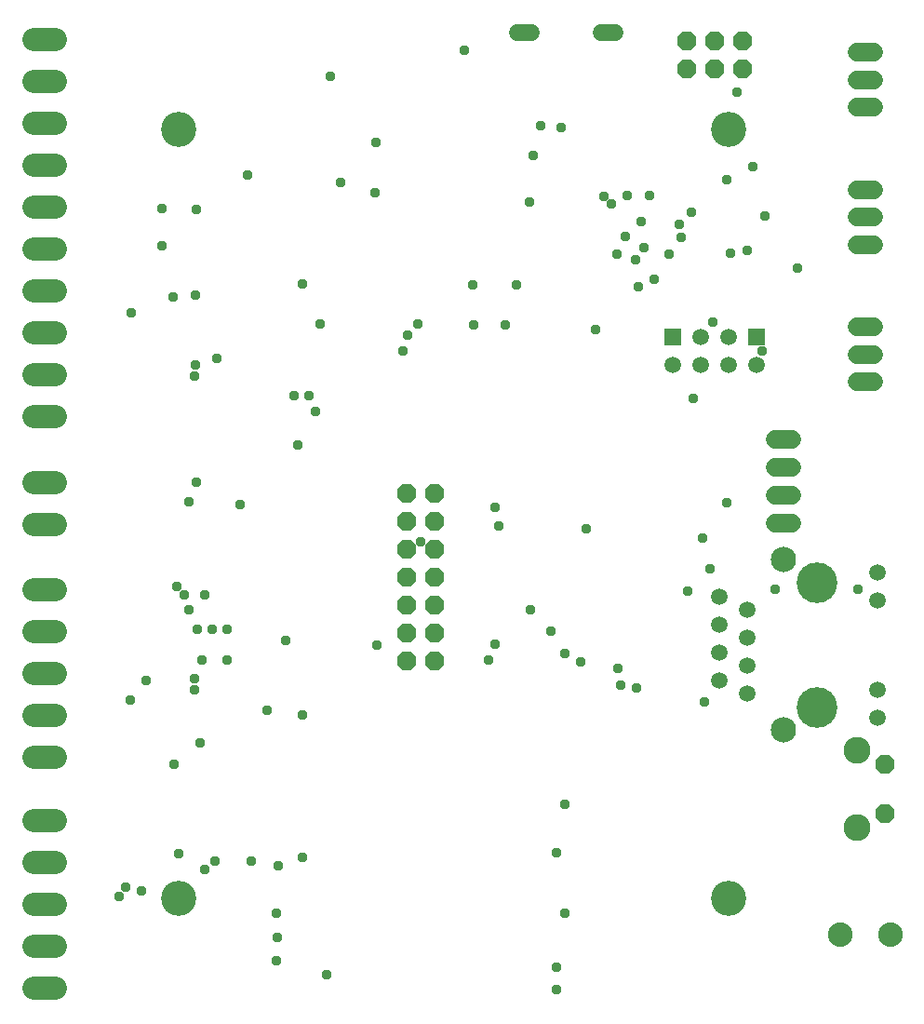
<source format=gbr>
G04 EAGLE Gerber RS-274X export*
G75*
%MOMM*%
%FSLAX34Y34*%
%LPD*%
%INSoldermask Bottom*%
%IPPOS*%
%AMOC8*
5,1,8,0,0,1.08239X$1,22.5*%
G01*
%ADD10C,3.203200*%
%ADD11C,2.235200*%
%ADD12R,1.511200X1.511200*%
%ADD13C,1.511200*%
%ADD14C,2.303200*%
%ADD15C,3.703200*%
%ADD16C,1.727200*%
%ADD17P,1.869504X8X112.500000*%
%ADD18C,2.451100*%
%ADD19P,1.852186X8X22.500000*%
%ADD20C,1.524000*%
%ADD21C,2.108200*%
%ADD22P,1.852186X8X112.500000*%
%ADD23C,0.959600*%


D10*
X172500Y832500D03*
X672500Y832500D03*
X172500Y132500D03*
X672500Y132500D03*
D11*
X820000Y100000D03*
X774280Y100000D03*
D12*
X621750Y643625D03*
X697950Y643625D03*
D13*
X647150Y643625D03*
X672550Y643625D03*
X672550Y618225D03*
X647150Y618225D03*
X621750Y618225D03*
X697950Y618225D03*
D14*
X722700Y285750D03*
X722700Y440650D03*
D13*
X808400Y429450D03*
X808400Y404050D03*
X808400Y322350D03*
X808400Y296950D03*
X664300Y407600D03*
X664300Y382200D03*
X664300Y356800D03*
X664300Y331400D03*
X689700Y395000D03*
X689700Y369600D03*
X689700Y344200D03*
X689700Y318800D03*
D15*
X753000Y306200D03*
X753000Y420200D03*
D16*
X730120Y550600D02*
X714880Y550600D01*
X714880Y525200D02*
X730120Y525200D01*
X730120Y499800D02*
X714880Y499800D01*
X714880Y474400D02*
X730120Y474400D01*
D17*
X814946Y209894D03*
X814946Y255106D03*
D18*
X790054Y197448D03*
X790054Y267552D03*
D16*
X789880Y652500D02*
X805120Y652500D01*
X805120Y627500D02*
X789880Y627500D01*
X789880Y602500D02*
X805120Y602500D01*
X805120Y777500D02*
X789880Y777500D01*
X789880Y752500D02*
X805120Y752500D01*
X805120Y727500D02*
X789880Y727500D01*
X789880Y902500D02*
X805120Y902500D01*
X805120Y877500D02*
X789880Y877500D01*
X789880Y852500D02*
X805120Y852500D01*
D19*
X634600Y887300D03*
X634600Y912700D03*
X660000Y887300D03*
X660000Y912700D03*
X685400Y887300D03*
X685400Y912700D03*
D20*
X569704Y920000D02*
X556496Y920000D01*
X493504Y920000D02*
X480296Y920000D01*
D21*
X59525Y511550D02*
X40475Y511550D01*
X40475Y473450D02*
X59525Y473450D01*
X59525Y413700D02*
X40475Y413700D01*
X40475Y375600D02*
X59525Y375600D01*
X59525Y337500D02*
X40475Y337500D01*
X40475Y299400D02*
X59525Y299400D01*
X59525Y261300D02*
X40475Y261300D01*
X40475Y203700D02*
X59525Y203700D01*
X59525Y165600D02*
X40475Y165600D01*
X40475Y127500D02*
X59525Y127500D01*
X59525Y89400D02*
X40475Y89400D01*
X40475Y51300D02*
X59525Y51300D01*
X59525Y913950D02*
X40475Y913950D01*
X40475Y875850D02*
X59525Y875850D01*
X59525Y837750D02*
X40475Y837750D01*
X40475Y799650D02*
X59525Y799650D01*
X59525Y761550D02*
X40475Y761550D01*
X40475Y723450D02*
X59525Y723450D01*
X59525Y685350D02*
X40475Y685350D01*
X40475Y647250D02*
X59525Y647250D01*
X59525Y609150D02*
X40475Y609150D01*
X40475Y571050D02*
X59525Y571050D01*
D22*
X405200Y348800D03*
X379800Y348800D03*
X405200Y374200D03*
X379800Y374200D03*
X405200Y399600D03*
X379800Y399600D03*
X405200Y425000D03*
X379800Y425000D03*
X405200Y450400D03*
X379800Y450400D03*
X405200Y475800D03*
X379800Y475800D03*
X405200Y501200D03*
X379800Y501200D03*
D23*
X559234Y771498D03*
X580665Y772519D03*
X601075Y772519D03*
X542906Y469430D03*
X516373Y50005D03*
X516373Y70415D03*
X516373Y174506D03*
X296966Y575562D03*
X290843Y589849D03*
X269412Y367380D03*
X177567Y409221D03*
X694961Y798031D03*
X463307Y471471D03*
X460246Y488820D03*
X552091Y650059D03*
X592911Y748027D03*
X571480Y718432D03*
X392893Y457184D03*
X735781Y706186D03*
X790888Y414323D03*
X715371Y414323D03*
X353093Y363298D03*
X706186Y753129D03*
X680674Y866405D03*
X671489Y786806D03*
X492902Y394934D03*
X635772Y412282D03*
X656182Y432692D03*
X454123Y350032D03*
X460246Y364319D03*
X689858Y722514D03*
X671489Y492902D03*
X703125Y630669D03*
X537804Y347991D03*
X181649Y394934D03*
X195936Y409221D03*
X511271Y375544D03*
X649038Y460246D03*
X588829Y324519D03*
X574542Y326560D03*
X572501Y341868D03*
X651079Y311253D03*
X523517Y355134D03*
X590870Y688838D03*
X566378Y764355D03*
X587808Y713330D03*
X605157Y695981D03*
X170424Y416364D03*
X595972Y724555D03*
X618423Y718432D03*
X674551Y719453D03*
X638833Y757211D03*
X658223Y657202D03*
X640874Y587808D03*
X629649Y733740D03*
X523517Y119399D03*
X523517Y218387D03*
X520455Y833749D03*
X627608Y745986D03*
X578624Y734760D03*
X138788Y139809D03*
X172465Y173485D03*
X142870Y330642D03*
X189813Y377585D03*
X284720Y300027D03*
X191854Y274515D03*
X193895Y350032D03*
X128583Y313294D03*
X186752Y332683D03*
X168383Y255125D03*
X253084Y304109D03*
X205121Y166342D03*
X238797Y166342D03*
X284720Y170424D03*
X216346Y350032D03*
X195936Y159198D03*
X261248Y119399D03*
X216346Y377585D03*
X124501Y142870D03*
X262269Y96948D03*
X203080Y377585D03*
X118378Y134706D03*
X261248Y76538D03*
X186752Y322478D03*
X491881Y766396D03*
X502086Y835790D03*
X187772Y618423D03*
X207162Y623526D03*
X432692Y904163D03*
X234715Y790888D03*
X310232Y880692D03*
X494943Y808236D03*
X186752Y608218D03*
X129604Y665366D03*
X157157Y726596D03*
X167362Y679653D03*
X157157Y760273D03*
X187772Y681694D03*
X188793Y759252D03*
X479635Y690879D03*
X439836Y690879D03*
X469430Y654141D03*
X440856Y654141D03*
X284720Y691899D03*
X301048Y655161D03*
X389831Y655161D03*
X188793Y511271D03*
X352073Y820482D03*
X181649Y493922D03*
X319417Y783744D03*
X277576Y589849D03*
X351052Y774560D03*
X280638Y544947D03*
X380647Y644956D03*
X228592Y490861D03*
X376565Y630669D03*
X263289Y162260D03*
X307171Y63271D03*
M02*

</source>
